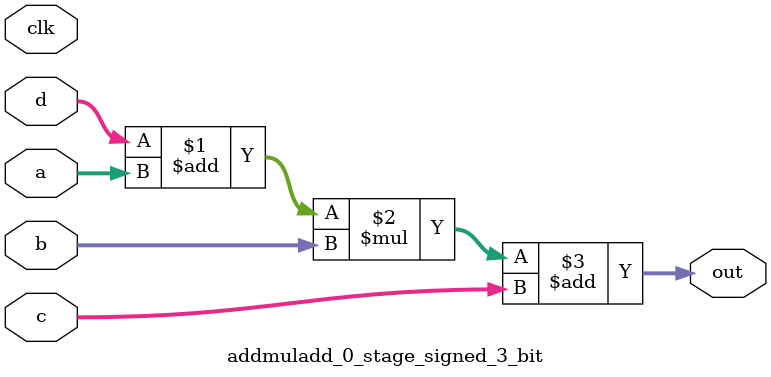
<source format=sv>
(* use_dsp = "yes" *) module addmuladd_0_stage_signed_3_bit(
	input signed [2:0] a,
	input signed [2:0] b,
	input signed [2:0] c,
	input signed [2:0] d,
	output [2:0] out,
	input clk);

	assign out = ((d + a) * b) + c;
endmodule

</source>
